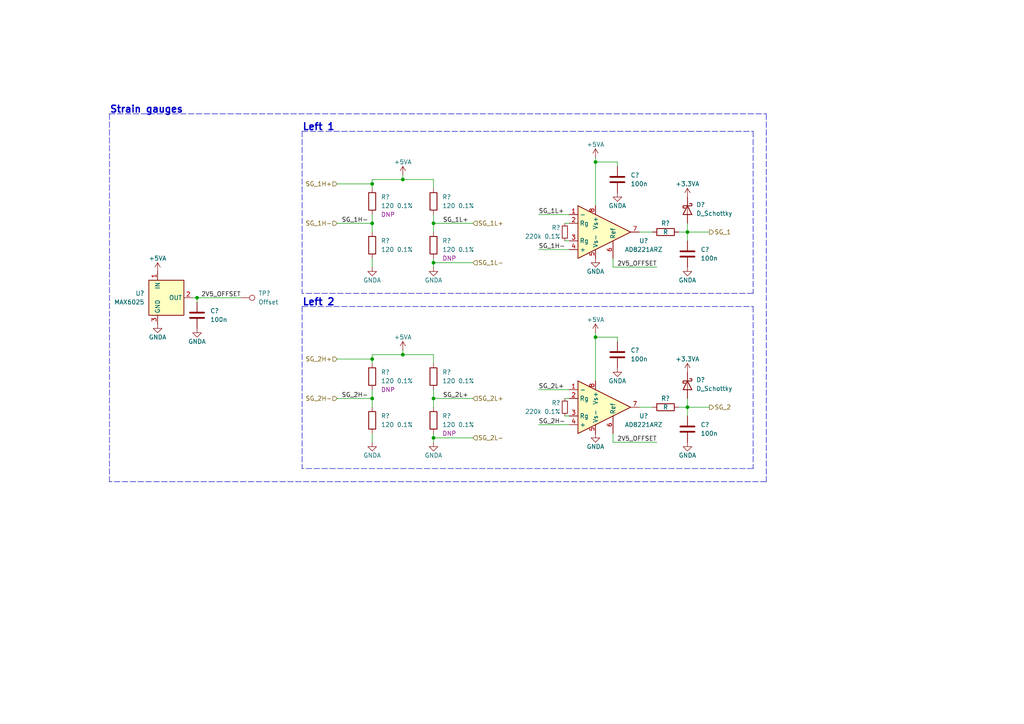
<source format=kicad_sch>
(kicad_sch (version 20211123) (generator eeschema)
  (paper "A4")
  (lib_symbols
    (symbol "Connector:TestPoint" (pin_numbers hide) (pin_names (offset 0.762) hide)
      (property "Reference" "TP" (at 0 6.858 0))
      (property "Value" "TestPoint" (at 0 5.08 0))
      (symbol "TestPoint_0_1"
        (circle (center 0 3.302) (radius 0.762))
      )
      (symbol "TestPoint_1_1"
        (pin passive line (at 0 0 90) (length 2.54) (name "1") (number "1"))
      )
    )
    (symbol "Device:C" (pin_numbers hide) (pin_names (offset 0.254))
      (property "Reference" "C" (at 0.635 2.54 0))
      (property "Value" "C" (at 0.635 -2.54 0))
      (symbol "C_0_1"
        (polyline (pts (xy -2.032 -0.762) (xy 2.032 -0.762)) (stroke (width 0.508)))
        (polyline (pts (xy -2.032 0.762) (xy 2.032 0.762)) (stroke (width 0.508)))
      )
      (symbol "C_1_1"
        (pin passive line (at 0 3.81 270) (length 2.794) (name "~") (number "1"))
        (pin passive line (at 0 -3.81 90) (length 2.794) (name "~") (number "2"))
      )
    )
    (symbol "Device:D_Schottky" (pin_numbers hide) (pin_names (offset 1.016) hide)
      (property "Reference" "D" (at 0 2.54 0))
      (property "Value" "D_Schottky" (at 0 -2.54 0))
      (symbol "D_Schottky_0_1"
        (polyline (pts (xy 1.27 0) (xy -1.27 0)))
        (polyline (pts (xy 1.27 1.27) (xy 1.27 -1.27) (xy -1.27 0) (xy 1.27 1.27)) (stroke (width 0.254)))
        (polyline (pts (xy -1.905 0.635) (xy -1.905 1.27) (xy -1.27 1.27) (xy -1.27 -1.27) (xy -0.635 -1.27) (xy -0.635 -0.635)) (stroke (width 0.254)))
      )
      (symbol "D_Schottky_1_1"
        (pin passive line (at -3.81 0 0) (length 2.54) (name "K") (number "1"))
        (pin passive line (at 3.81 0 180) (length 2.54) (name "A") (number "2"))
      )
    )
    (symbol "Device:R" (pin_numbers hide) (pin_names (offset 0))
      (property "Reference" "R" (at 2.032 0 90))
      (property "Value" "R" (at 0 0 90))
      (symbol "R_0_1"
        (rectangle (start -1.016 -2.54) (end 1.016 2.54) (stroke (width 0.254)))
      )
      (symbol "R_1_1"
        (pin passive line (at 0 3.81 270) (length 1.27) (name "~") (number "1"))
        (pin passive line (at 0 -3.81 90) (length 1.27) (name "~") (number "2"))
      )
    )
    (symbol "Device:R_Small" (pin_numbers hide) (pin_names (offset 0.254) hide)
      (property "Reference" "R" (at 0.762 0.508 0))
      (property "Value" "R_Small" (at 0.762 -1.016 0))
      (symbol "R_Small_0_1"
        (rectangle (start -0.762 1.778) (end 0.762 -1.778) (stroke (width 0.2032)))
      )
      (symbol "R_Small_1_1"
        (pin passive line (at 0 2.54 270) (length 0.762) (name "~") (number "1"))
        (pin passive line (at 0 -2.54 90) (length 0.762) (name "~") (number "2"))
      )
    )
    (symbol "Eagle_Main:AD8221ARZ"
      (property "Reference" "U" (at 6.35 8.89 0))
      (property "Value" "AD8221ARZ" (at 6.604 7.112 0))
      (symbol "AD8221ARZ_0_1"
        (polyline (pts (xy -5.08 7.62) (xy -5.08 -7.62) (xy 10.16 0) (xy -5.08 7.62)) (stroke (width 0.254)) (fill (type background)))
      )
      (symbol "AD8221ARZ_1_1"
        (pin input line (at -7.62 5.08 0) (length 2.54) (name "-") (number "1"))
        (pin passive line (at -7.62 2.54 0) (length 2.54) (name "Rg") (number "2"))
        (pin passive line (at -7.62 -2.54 0) (length 2.54) (name "Rg") (number "3"))
        (pin input line (at -7.62 -5.08 0) (length 2.54) (name "+") (number "4"))
        (pin power_in line (at 0 -7.62 90) (length 2.54) (name "Vs-") (number "5"))
        (pin passive line (at 5.08 -7.62 90) (length 5.08) (name "Ref") (number "6"))
        (pin output line (at 12.7 0 180) (length 2.54) (name "~") (number "7"))
        (pin power_in line (at 0 7.62 270) (length 2.54) (name "Vs+") (number "8"))
      )
    )
    (symbol "Reference_Voltage:MAX6100"
      (property "Reference" "U" (at 0 6.35 0))
      (property "Value" "MAX6100" (at 2.54 -6.35 0))
      (symbol "MAX6100_0_1"
        (rectangle (start -5.08 5.08) (end 5.08 -5.08) (stroke (width 0.254)) (fill (type background)))
      )
      (symbol "MAX6100_1_1"
        (pin power_in line (at -2.54 7.62 270) (length 2.54) (name "IN") (number "1"))
        (pin power_out line (at 7.62 0 180) (length 2.54) (name "OUT") (number "2"))
        (pin power_in line (at -2.54 -7.62 90) (length 2.54) (name "GND") (number "3"))
      )
    )
    (symbol "power:+3.3VA" (power) (pin_names (offset 0))
      (property "Value" "+3.3VA" (at 0 3.556 0))
      (symbol "+3.3VA_0_1"
        (polyline (pts (xy -0.762 1.27) (xy 0 2.54)))
        (polyline (pts (xy 0 0) (xy 0 2.54)))
        (polyline (pts (xy 0 2.54) (xy 0.762 1.27)))
      )
      (symbol "+3.3VA_1_1"
        (pin power_in line (at 0 0 90) (length 0) hide (name "+3.3VA") (number "1"))
      )
    )
    (symbol "power:+5VA" (power) (pin_names (offset 0))
      (property "Value" "+5VA" (at 0 3.556 0))
      (symbol "+5VA_0_1"
        (polyline (pts (xy -0.762 1.27) (xy 0 2.54)))
        (polyline (pts (xy 0 0) (xy 0 2.54)))
        (polyline (pts (xy 0 2.54) (xy 0.762 1.27)))
      )
      (symbol "+5VA_1_1"
        (pin power_in line (at 0 0 90) (length 0) hide (name "+5VA") (number "1"))
      )
    )
    (symbol "power:GNDA" (power) (pin_names (offset 0))
      (property "Value" "GNDA" (at 0 -3.81 0))
      (symbol "GNDA_0_1"
        (polyline (pts (xy 0 0) (xy 0 -1.27) (xy 1.27 -1.27) (xy 0 -2.54) (xy -1.27 -1.27) (xy 0 -1.27)))
      )
      (symbol "GNDA_1_1"
        (pin power_in line (at 0 0 270) (length 0) hide (name "GNDA") (number "1"))
      )
    )
  )
  (junction (at 125.73 127))
  (junction (at 116.84 52.07))
  (junction (at 125.73 76.2))
  (junction (at 57.15 86.36))
  (junction (at 125.73 115.57))
  (junction (at 107.95 115.57))
  (junction (at 172.72 97.79))
  (junction (at 107.95 104.14))
  (junction (at 116.84 102.87))
  (junction (at 199.39 67.31))
  (junction (at 172.72 46.99))
  (junction (at 199.39 118.11))
  (junction (at 125.73 64.77))
  (junction (at 107.95 64.77))
  (junction (at 107.95 53.34))
  (wire (pts (xy 125.73 127) (xy 125.73 125.73)))
  (wire (pts (xy 185.42 67.31) (xy 189.23 67.31)))
  (wire (pts (xy 107.95 105.41) (xy 107.95 104.14)))
  (wire (pts (xy 177.8 128.27) (xy 190.5 128.27)))
  (wire (pts (xy 57.15 86.36) (xy 57.15 87.63)))
  (wire (pts (xy 177.8 125.73) (xy 177.8 128.27)))
  (wire (pts (xy 125.73 102.87) (xy 125.73 105.41)))
  (polyline (pts (xy 218.44 135.89) (xy 87.63 135.89)))
  (polyline (pts (xy 31.75 33.02) (xy 31.75 139.7)))
  (wire (pts (xy 107.95 54.61) (xy 107.95 53.34)))
  (wire (pts (xy 172.72 46.99) (xy 172.72 59.69)))
  (wire (pts (xy 125.73 113.03) (xy 125.73 115.57)))
  (wire (pts (xy 177.8 77.47) (xy 190.5 77.47)))
  (wire (pts (xy 137.16 115.57) (xy 125.73 115.57)))
  (wire (pts (xy 137.16 76.2) (xy 125.73 76.2)))
  (wire (pts (xy 97.79 64.77) (xy 107.95 64.77)))
  (wire (pts (xy 172.72 45.72) (xy 172.72 46.99)))
  (wire (pts (xy 163.83 64.77) (xy 165.1 64.77)))
  (wire (pts (xy 156.21 113.03) (xy 165.1 113.03)))
  (wire (pts (xy 177.8 74.93) (xy 177.8 77.47)))
  (wire (pts (xy 57.15 86.36) (xy 69.85 86.36)))
  (wire (pts (xy 196.85 67.31) (xy 199.39 67.31)))
  (wire (pts (xy 97.79 53.34) (xy 107.95 53.34)))
  (wire (pts (xy 107.95 128.27) (xy 107.95 125.73)))
  (polyline (pts (xy 218.44 85.09) (xy 87.63 85.09)))
  (wire (pts (xy 125.73 52.07) (xy 125.73 54.61)))
  (wire (pts (xy 125.73 62.23) (xy 125.73 64.77)))
  (wire (pts (xy 125.73 76.2) (xy 125.73 77.47)))
  (wire (pts (xy 172.72 46.99) (xy 179.07 46.99)))
  (wire (pts (xy 97.79 104.14) (xy 107.95 104.14)))
  (wire (pts (xy 107.95 62.23) (xy 107.95 64.77)))
  (polyline (pts (xy 87.63 38.1) (xy 218.44 38.1)))
  (wire (pts (xy 107.95 77.47) (xy 107.95 74.93)))
  (polyline (pts (xy 218.44 38.1) (xy 218.44 85.09)))
  (polyline (pts (xy 222.25 139.7) (xy 31.75 139.7)))
  (wire (pts (xy 116.84 52.07) (xy 125.73 52.07)))
  (wire (pts (xy 97.79 115.57) (xy 107.95 115.57)))
  (wire (pts (xy 116.84 102.87) (xy 125.73 102.87)))
  (wire (pts (xy 172.72 96.52) (xy 172.72 97.79)))
  (polyline (pts (xy 87.63 88.9) (xy 218.44 88.9)))
  (wire (pts (xy 137.16 127) (xy 125.73 127)))
  (wire (pts (xy 199.39 115.57) (xy 199.39 118.11)))
  (wire (pts (xy 55.88 86.36) (xy 57.15 86.36)))
  (wire (pts (xy 156.21 62.23) (xy 165.1 62.23)))
  (wire (pts (xy 156.21 123.19) (xy 165.1 123.19)))
  (wire (pts (xy 163.83 120.65) (xy 165.1 120.65)))
  (wire (pts (xy 107.95 52.07) (xy 116.84 52.07)))
  (wire (pts (xy 163.83 115.57) (xy 165.1 115.57)))
  (wire (pts (xy 172.72 97.79) (xy 179.07 97.79)))
  (wire (pts (xy 179.07 99.06) (xy 179.07 97.79)))
  (wire (pts (xy 172.72 97.79) (xy 172.72 110.49)))
  (wire (pts (xy 163.83 69.85) (xy 165.1 69.85)))
  (wire (pts (xy 107.95 102.87) (xy 116.84 102.87)))
  (wire (pts (xy 156.21 72.39) (xy 165.1 72.39)))
  (wire (pts (xy 107.95 113.03) (xy 107.95 115.57)))
  (wire (pts (xy 199.39 118.11) (xy 205.74 118.11)))
  (wire (pts (xy 199.39 118.11) (xy 199.39 120.65)))
  (wire (pts (xy 185.42 118.11) (xy 189.23 118.11)))
  (wire (pts (xy 199.39 64.77) (xy 199.39 67.31)))
  (wire (pts (xy 116.84 101.6) (xy 116.84 102.87)))
  (wire (pts (xy 107.95 64.77) (xy 107.95 67.31)))
  (wire (pts (xy 179.07 48.26) (xy 179.07 46.99)))
  (wire (pts (xy 125.73 115.57) (xy 125.73 118.11)))
  (wire (pts (xy 199.39 67.31) (xy 199.39 69.85)))
  (wire (pts (xy 125.73 127) (xy 125.73 128.27)))
  (wire (pts (xy 116.84 50.8) (xy 116.84 52.07)))
  (polyline (pts (xy 31.75 33.02) (xy 222.25 33.02)))
  (wire (pts (xy 107.95 115.57) (xy 107.95 118.11)))
  (wire (pts (xy 137.16 64.77) (xy 125.73 64.77)))
  (wire (pts (xy 199.39 67.31) (xy 205.74 67.31)))
  (polyline (pts (xy 87.63 88.9) (xy 87.63 135.89)))
  (polyline (pts (xy 218.44 88.9) (xy 218.44 135.89)))
  (wire (pts (xy 125.73 76.2) (xy 125.73 74.93)))
  (polyline (pts (xy 222.25 33.02) (xy 222.25 139.7)))
  (wire (pts (xy 196.85 118.11) (xy 199.39 118.11)))
  (polyline (pts (xy 87.63 38.1) (xy 87.63 85.09)))
  (wire (pts (xy 125.73 64.77) (xy 125.73 67.31)))
  (wire (pts (xy 107.95 104.14) (xy 107.95 102.87)))
  (wire (pts (xy 107.95 53.34) (xy 107.95 52.07)))
  (text "Strain gauges" (at 31.75 33.02 0) (effects (font (size 2 2) (thickness 0.4) bold) (justify left bottom)))
  (text "Left 1" (at 87.63 38.1 0) (effects (font (size 2 2) (thickness 0.4) bold) (justify left bottom)))
  (text "Left 2" (at 87.63 88.9 0) (effects (font (size 2 2) (thickness 0.4) bold) (justify left bottom)))
  (label "SG_2L+" (at 135.89 115.57 180))
  (label "SG_1H-" (at 156.21 72.39 0))
  (label "SG_2H-" (at 99.06 115.57 0))
  (label "SG_2L+" (at 156.21 113.03 0))
  (label "SG_2H-" (at 156.21 123.19 0))
  (label "SG_1H-" (at 99.06 64.77 0))
  (label "2V5_OFFSET" (at 190.5 128.27 180))
  (label "SG_1L+" (at 156.21 62.23 0))
  (label "2V5_OFFSET" (at 190.5 77.47 180))
  (label "SG_1L+" (at 135.89 64.77 180))
  (label "2V5_OFFSET" (at 69.85 86.36 180))
  (hierarchical_label "SG_1L-" (shape input) (at 137.16 76.2 0))
  (hierarchical_label "SG_2" (shape output) (at 205.74 118.11 0))
  (hierarchical_label "SG_2L+" (shape input) (at 137.16 115.57 0))
  (hierarchical_label "SG_2H+" (shape input) (at 97.79 104.14 180))
  (hierarchical_label "SG_1H+" (shape input) (at 97.79 53.34 180))
  (hierarchical_label "SG_1L+" (shape input) (at 137.16 64.77 0))
  (hierarchical_label "SG_2H-" (shape input) (at 97.79 115.57 180))
  (hierarchical_label "SG_1H-" (shape input) (at 97.79 64.77 180))
  (hierarchical_label "SG_2L-" (shape input) (at 137.16 127 0))
  (hierarchical_label "SG_1" (shape output) (at 205.74 67.31 0))
  (symbol (lib_id "power:+3.3VA") (at 199.39 57.15 0) (unit 1)
    (property "Reference" "#PWR?" (effects hide))
    (property "Value" "+3.3VA" (at 199.39 53.34 0))
  )
  (symbol (lib_id "power:GNDA") (at 57.15 95.25 0) (unit 1)
    (property "Reference" "#PWR?" (effects hide))
    (property "Value" "GNDA" (at 57.15 99.06 0))
  )
  (symbol (lib_id "Device:C") (at 179.07 52.07 180) (unit 1)
    (property "Reference" "C?" (at 182.88 50.8 0) (effects (justify right)))
    (property "Value" "100n" (at 182.88 53.34 0) (effects (justify right)))
    (property "Footprint" "Capacitor_SMD:C_0603_1608Metric" (effects hide))
  )
  (symbol (lib_id "Device:R") (at 107.95 71.12 0) (unit 1)
    (property "Reference" "R?" (at 110.49 69.8499 0) (effects (justify left)))
    (property "Value" "120 0.1%" (at 110.49 72.3899 0) (effects (justify left)))
    (property "Footprint" "Resistor_SMD:R_0603_1608Metric" (effects hide))
  )
  (symbol (lib_id "Connector:TestPoint") (at 69.85 86.36 270) (unit 1) (in_bom no)
    (property "Reference" "TP?" (at 74.93 85.0899 90) (effects (justify left)))
    (property "Value" "Offset" (at 74.93 87.6299 90) (effects (justify left)))
    (property "Footprint" "TestPoint:TestPoint_Pad_D1.0mm" (effects hide))
  )
  (symbol (lib_id "Device:R") (at 193.04 118.11 90) (unit 1)
    (property "Reference" "R?" (at 193.04 115.57 90))
    (property "Value" "R" (at 193.04 118.11 90))
    (property "Footprint" "Resistor_SMD:R_0603_1608Metric" (effects hide))
  )
  (symbol (lib_id "Device:R") (at 125.73 109.22 0) (unit 1)
    (property "Reference" "R?" (at 128.27 107.9499 0) (effects (justify left)))
    (property "Value" "120 0.1%" (at 128.27 110.4899 0) (effects (justify left)))
    (property "Footprint" "Resistor_SMD:R_0603_1608Metric" (effects hide))
  )
  (symbol (lib_id "Device:C") (at 199.39 73.66 180) (unit 1)
    (property "Reference" "C?" (at 203.2 72.39 0) (effects (justify right)))
    (property "Value" "100n" (at 203.2 74.93 0) (effects (justify right)))
    (property "Footprint" "Capacitor_SMD:C_0603_1608Metric" (effects hide))
  )
  (symbol (lib_id "Device:D_Schottky") (at 199.39 60.96 270) (unit 1)
    (property "Reference" "D?" (at 201.93 59.3724 90) (effects (justify left)))
    (property "Value" "D_Schottky" (at 201.93 61.9124 90) (effects (justify left)))
    (property "Footprint" "Diode_SMD:D_SOD-523" (effects hide))
  )
  (symbol (lib_id "power:GNDA") (at 179.07 106.68 0) (unit 1)
    (property "Reference" "#PWR?" (effects hide))
    (property "Value" "GNDA" (at 179.07 110.49 0))
  )
  (symbol (lib_id "Device:R") (at 107.95 58.42 0) (unit 1)
    (property "Reference" "R?" (at 110.49 57.1499 0) (effects (justify left)))
    (property "Value" "120 0.1%" (at 110.49 59.6899 0) (effects (justify left)))
    (property "Footprint" "Resistor_SMD:R_0603_1608Metric" (effects hide))
    (property "DNP" "DNP" (at 110.49 62.23 0) (effects (justify left)))
  )
  (symbol (lib_id "power:GNDA") (at 199.39 77.47 0) (unit 1)
    (property "Reference" "#PWR?" (effects hide))
    (property "Value" "GNDA" (at 199.39 81.28 0))
  )
  (symbol (lib_id "Device:R") (at 107.95 121.92 0) (unit 1)
    (property "Reference" "R?" (at 110.49 120.6499 0) (effects (justify left)))
    (property "Value" "120 0.1%" (at 110.49 123.1899 0) (effects (justify left)))
    (property "Footprint" "Resistor_SMD:R_0603_1608Metric" (effects hide))
  )
  (symbol (lib_id "power:GNDA") (at 125.73 77.47 0) (unit 1)
    (property "Reference" "#PWR?" (effects hide))
    (property "Value" "GNDA" (at 125.73 81.28 0))
  )
  (symbol (lib_id "Eagle_Main:AD8221ARZ") (at 172.72 118.11 0) (unit 1)
    (property "Reference" "U?" (at 186.69 120.65 0))
    (property "Value" "AD8221ARZ" (at 186.69 123.19 0))
    (property "Footprint" "Package_SO:MSOP-8_3x3mm_P0.65mm" (effects hide))
    (property "Datasheet" "docs/datasheets/ina_ad8221.pdf" (effects hide))
    (property "BOM Name" "Instrumentation amplifier" (effects hide))
    (property "PN" "AD8221ARZ" (effects hide))
    (property "Price [€]" "7.78" (effects hide))
    (property "Store" "https://www.mouser.it/ProductDetail/Analog-Devices/AD8221ARZ?qs=%2FtpEQrCGXCysNW0jJLVg2w%3D%3D" (effects hide))
  )
  (symbol (lib_id "Device:R") (at 125.73 121.92 0) (unit 1)
    (property "Reference" "R?" (at 128.27 120.6499 0) (effects (justify left)))
    (property "Value" "120 0.1%" (at 128.27 123.1899 0) (effects (justify left)))
    (property "Footprint" "Resistor_SMD:R_0603_1608Metric" (effects hide))
    (property "DNP" "DNP" (at 128.27 125.73 0) (effects (justify left)))
  )
  (symbol (lib_id "power:+5VA") (at 116.84 101.6 0) (unit 1)
    (property "Reference" "#PWR?" (effects hide))
    (property "Value" "+5VA" (at 116.84 97.79 0))
  )
  (symbol (lib_id "Device:C") (at 199.39 124.46 180) (unit 1)
    (property "Reference" "C?" (at 203.2 123.19 0) (effects (justify right)))
    (property "Value" "100n" (at 203.2 125.73 0) (effects (justify right)))
    (property "Footprint" "Capacitor_SMD:C_0603_1608Metric" (effects hide))
  )
  (symbol (lib_id "power:+5VA") (at 172.72 45.72 0) (unit 1)
    (property "Reference" "#PWR?" (effects hide))
    (property "Value" "+5VA" (at 172.72 41.91 0))
  )
  (symbol (lib_id "Device:C") (at 179.07 102.87 180) (unit 1)
    (property "Reference" "C?" (at 182.88 101.6 0) (effects (justify right)))
    (property "Value" "100n" (at 182.88 104.14 0) (effects (justify right)))
    (property "Footprint" "Capacitor_SMD:C_0603_1608Metric" (effects hide))
  )
  (symbol (lib_id "Device:R") (at 193.04 67.31 90) (unit 1)
    (property "Reference" "R?" (at 193.04 64.77 90))
    (property "Value" "R" (at 193.04 67.31 90))
    (property "Footprint" "Resistor_SMD:R_0603_1608Metric" (effects hide))
  )
  (symbol (lib_id "power:GNDA") (at 107.95 77.47 0) (unit 1)
    (property "Reference" "#PWR?" (effects hide))
    (property "Value" "GNDA" (at 107.95 81.28 0))
  )
  (symbol (lib_id "Device:R_Small") (at 163.83 67.31 0) (mirror y) (unit 1)
    (property "Reference" "R?" (at 162.56 66.04 0) (effects (justify left)))
    (property "Value" "220k 0.1%" (at 162.56 68.58 0) (effects (justify left)))
    (property "Footprint" "Resistor_SMD:R_0603_1608Metric" (effects hide))
  )
  (symbol (lib_id "Device:D_Schottky") (at 199.39 111.76 270) (unit 1)
    (property "Reference" "D?" (at 201.93 110.1724 90) (effects (justify left)))
    (property "Value" "D_Schottky" (at 201.93 112.7124 90) (effects (justify left)))
    (property "Footprint" "Diode_SMD:D_SOD-523" (effects hide))
  )
  (symbol (lib_id "Device:C") (at 57.15 91.44 180) (unit 1)
    (property "Reference" "C?" (at 60.96 90.17 0) (effects (justify right)))
    (property "Value" "100n" (at 60.96 92.71 0) (effects (justify right)))
    (property "Footprint" "Capacitor_SMD:C_0603_1608Metric" (effects hide))
  )
  (symbol (lib_id "power:GNDA") (at 199.39 128.27 0) (unit 1)
    (property "Reference" "#PWR?" (effects hide))
    (property "Value" "GNDA" (at 199.39 132.08 0))
  )
  (symbol (lib_id "power:+3.3VA") (at 199.39 107.95 0) (unit 1)
    (property "Reference" "#PWR?" (effects hide))
    (property "Value" "+3.3VA" (at 199.39 104.14 0))
  )
  (symbol (lib_id "Device:R") (at 125.73 58.42 0) (unit 1)
    (property "Reference" "R?" (at 128.27 57.1499 0) (effects (justify left)))
    (property "Value" "120 0.1%" (at 128.27 59.6899 0) (effects (justify left)))
    (property "Footprint" "Resistor_SMD:R_0603_1608Metric" (effects hide))
  )
  (symbol (lib_id "power:GNDA") (at 172.72 125.73 0) (unit 1)
    (property "Reference" "#PWR?" (effects hide))
    (property "Value" "GNDA" (at 172.72 129.54 0))
  )
  (symbol (lib_id "power:+5VA") (at 116.84 50.8 0) (unit 1)
    (property "Reference" "#PWR?" (effects hide))
    (property "Value" "+5VA" (at 116.84 46.99 0))
  )
  (symbol (lib_id "power:+5VA") (at 172.72 96.52 0) (unit 1)
    (property "Reference" "#PWR?" (effects hide))
    (property "Value" "+5VA" (at 172.72 92.71 0))
  )
  (symbol (lib_id "Device:R") (at 125.73 71.12 0) (unit 1)
    (property "Reference" "R?" (at 128.27 69.8499 0) (effects (justify left)))
    (property "Value" "120 0.1%" (at 128.27 72.3899 0) (effects (justify left)))
    (property "Footprint" "Resistor_SMD:R_0603_1608Metric" (effects hide))
    (property "DNP" "DNP" (at 128.27 74.93 0) (effects (justify left)))
  )
  (symbol (lib_id "Device:R_Small") (at 163.83 118.11 0) (mirror y) (unit 1)
    (property "Reference" "R?" (at 162.56 116.84 0) (effects (justify left)))
    (property "Value" "220k 0.1%" (at 162.56 119.38 0) (effects (justify left)))
    (property "Footprint" "Resistor_SMD:R_0603_1608Metric" (effects hide))
  )
  (symbol (lib_id "power:+5VA") (at 45.72 78.74 0) (unit 1)
    (property "Reference" "#PWR?" (effects hide))
    (property "Value" "+5VA" (at 45.72 74.93 0))
  )
  (symbol (lib_id "power:GNDA") (at 45.72 93.98 0) (unit 1)
    (property "Reference" "#PWR?" (effects hide))
    (property "Value" "GNDA" (at 45.72 97.79 0))
  )
  (symbol (lib_id "power:GNDA") (at 172.72 74.93 0) (unit 1)
    (property "Reference" "#PWR?" (effects hide))
    (property "Value" "GNDA" (at 172.72 78.74 0))
  )
  (symbol (lib_id "Device:R") (at 107.95 109.22 0) (unit 1)
    (property "Reference" "R?" (at 110.49 107.9499 0) (effects (justify left)))
    (property "Value" "120 0.1%" (at 110.49 110.4899 0) (effects (justify left)))
    (property "Footprint" "Resistor_SMD:R_0603_1608Metric" (effects hide))
    (property "DNP" "DNP" (at 110.49 113.03 0) (effects (justify left)))
  )
  (symbol (lib_id "Eagle_Main:AD8221ARZ") (at 172.72 67.31 0) (unit 1)
    (property "Reference" "U?" (at 186.69 69.85 0))
    (property "Value" "AD8221ARZ" (at 186.69 72.39 0))
    (property "Footprint" "Package_SO:MSOP-8_3x3mm_P0.65mm" (effects hide))
    (property "Datasheet" "docs/datasheets/ina_ad8221.pdf" (effects hide))
    (property "BOM Name" "Instrumentation amplifier" (effects hide))
    (property "PN" "AD8221ARZ" (effects hide))
    (property "Price [€]" "7.78" (effects hide))
    (property "Store" "https://www.mouser.it/ProductDetail/Analog-Devices/AD8221ARZ?qs=%2FtpEQrCGXCysNW0jJLVg2w%3D%3D" (effects hide))
  )
  (symbol (lib_id "power:GNDA") (at 125.73 128.27 0) (unit 1)
    (property "Reference" "#PWR?" (effects hide))
    (property "Value" "GNDA" (at 125.73 132.08 0))
  )
  (symbol (lib_id "power:GNDA") (at 179.07 55.88 0) (unit 1)
    (property "Reference" "#PWR?" (effects hide))
    (property "Value" "GNDA" (at 179.07 59.69 0))
  )
  (symbol (lib_id "Reference_Voltage:MAX6100") (at 48.26 86.36 0) (unit 1)
    (property "Reference" "U?" (at 41.91 85.0899 0) (effects (justify right)))
    (property "Value" "MAX6025" (at 41.91 87.6299 0) (effects (justify right)))
    (property "Footprint" "Package_TO_SOT_SMD:SOT-23" (effects hide))
    (property "Datasheet" "datasheets/ADR280-1503452.pdf" (effects hide))
  )
  (symbol (lib_id "power:GNDA") (at 107.95 128.27 0) (unit 1)
    (property "Reference" "#PWR?" (effects hide))
    (property "Value" "GNDA" (at 107.95 132.08 0))
  )
)
</source>
